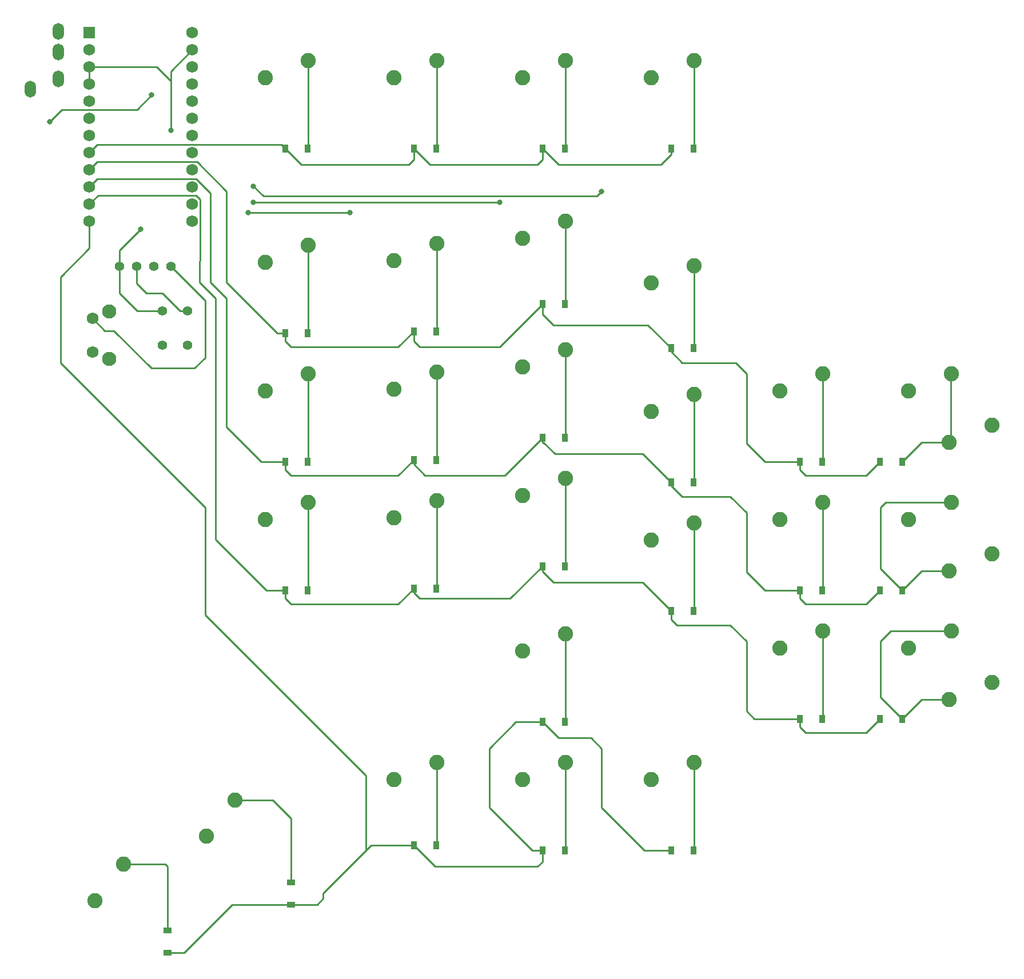
<source format=gbl>
G04 #@! TF.GenerationSoftware,KiCad,Pcbnew,5.1.10*
G04 #@! TF.CreationDate,2022-03-09T15:20:40-05:00*
G04 #@! TF.ProjectId,bourbondox2_right,626f7572-626f-46e6-946f-78325f726967,rev?*
G04 #@! TF.SameCoordinates,Original*
G04 #@! TF.FileFunction,Copper,L2,Bot*
G04 #@! TF.FilePolarity,Positive*
%FSLAX46Y46*%
G04 Gerber Fmt 4.6, Leading zero omitted, Abs format (unit mm)*
G04 Created by KiCad (PCBNEW 5.1.10) date 2022-03-09 15:20:40*
%MOMM*%
%LPD*%
G01*
G04 APERTURE LIST*
G04 #@! TA.AperFunction,ComponentPad*
%ADD10C,1.752600*%
G04 #@! TD*
G04 #@! TA.AperFunction,ComponentPad*
%ADD11R,1.752600X1.752600*%
G04 #@! TD*
G04 #@! TA.AperFunction,ComponentPad*
%ADD12C,2.100000*%
G04 #@! TD*
G04 #@! TA.AperFunction,ComponentPad*
%ADD13C,1.750000*%
G04 #@! TD*
G04 #@! TA.AperFunction,ComponentPad*
%ADD14C,1.397000*%
G04 #@! TD*
G04 #@! TA.AperFunction,ComponentPad*
%ADD15C,2.250000*%
G04 #@! TD*
G04 #@! TA.AperFunction,ComponentPad*
%ADD16O,1.700000X2.500000*%
G04 #@! TD*
G04 #@! TA.AperFunction,SMDPad,CuDef*
%ADD17R,1.200000X0.900000*%
G04 #@! TD*
G04 #@! TA.AperFunction,SMDPad,CuDef*
%ADD18R,0.900000X1.200000*%
G04 #@! TD*
G04 #@! TA.AperFunction,ViaPad*
%ADD19C,0.800000*%
G04 #@! TD*
G04 #@! TA.AperFunction,Conductor*
%ADD20C,0.250000*%
G04 #@! TD*
G04 APERTURE END LIST*
D10*
G04 #@! TO.P,U1,24*
G04 #@! TO.N,Net-(U1-Pad24)*
X74295000Y-32067500D03*
G04 #@! TO.P,U1,12*
G04 #@! TO.N,row4*
X59055000Y-60007500D03*
G04 #@! TO.P,U1,23*
G04 #@! TO.N,GND*
X74295000Y-34607500D03*
G04 #@! TO.P,U1,22*
G04 #@! TO.N,RESET*
X74295000Y-37147500D03*
G04 #@! TO.P,U1,21*
G04 #@! TO.N,VCC*
X74295000Y-39687500D03*
G04 #@! TO.P,U1,20*
G04 #@! TO.N,Net-(U1-Pad20)*
X74295000Y-42227500D03*
G04 #@! TO.P,U1,19*
G04 #@! TO.N,Net-(U1-Pad19)*
X74295000Y-44767500D03*
G04 #@! TO.P,U1,18*
G04 #@! TO.N,col0*
X74295000Y-47307500D03*
G04 #@! TO.P,U1,17*
G04 #@! TO.N,col1*
X74295000Y-49847500D03*
G04 #@! TO.P,U1,16*
G04 #@! TO.N,col2*
X74295000Y-52387500D03*
G04 #@! TO.P,U1,15*
G04 #@! TO.N,col3*
X74295000Y-54927500D03*
G04 #@! TO.P,U1,14*
G04 #@! TO.N,col4*
X74295000Y-57467500D03*
G04 #@! TO.P,U1,13*
G04 #@! TO.N,col5*
X74295000Y-60007500D03*
G04 #@! TO.P,U1,11*
G04 #@! TO.N,row3*
X59055000Y-57467500D03*
G04 #@! TO.P,U1,10*
G04 #@! TO.N,row2*
X59055000Y-54927500D03*
G04 #@! TO.P,U1,9*
G04 #@! TO.N,row1*
X59055000Y-52387500D03*
G04 #@! TO.P,U1,8*
G04 #@! TO.N,row0*
X59055000Y-49847500D03*
G04 #@! TO.P,U1,7*
G04 #@! TO.N,Net-(U1-Pad7)*
X59055000Y-47307500D03*
G04 #@! TO.P,U1,6*
G04 #@! TO.N,SCL*
X59055000Y-44767500D03*
G04 #@! TO.P,U1,5*
G04 #@! TO.N,SDA*
X59055000Y-42227500D03*
G04 #@! TO.P,U1,4*
G04 #@! TO.N,GND*
X59055000Y-39687500D03*
G04 #@! TO.P,U1,3*
X59055000Y-37147500D03*
G04 #@! TO.P,U1,2*
G04 #@! TO.N,DATA*
X59055000Y-34607500D03*
D11*
G04 #@! TO.P,U1,1*
G04 #@! TO.N,Net-(U1-Pad1)*
X59055000Y-32067500D03*
G04 #@! TD*
D12*
G04 #@! TO.P,SW1,*
G04 #@! TO.N,*
X62021250Y-80375000D03*
D13*
G04 #@! TO.P,SW1,1*
G04 #@! TO.N,RESET*
X59531250Y-79375000D03*
G04 #@! TO.P,SW1,2*
G04 #@! TO.N,GND*
X59531250Y-74375000D03*
D12*
G04 #@! TO.P,SW1,*
G04 #@! TO.N,*
X62021250Y-73365000D03*
G04 #@! TD*
D14*
G04 #@! TO.P,R2,2*
G04 #@! TO.N,VCC*
X73624240Y-78378499D03*
G04 #@! TO.P,R2,1*
G04 #@! TO.N,SCL*
X73624240Y-73298499D03*
G04 #@! TD*
G04 #@! TO.P,R1,2*
G04 #@! TO.N,VCC*
X69850000Y-78378499D03*
G04 #@! TO.P,R1,1*
G04 #@! TO.N,SDA*
X69850000Y-73298499D03*
G04 #@! TD*
G04 #@! TO.P,OL1,4*
G04 #@! TO.N,GND*
X71120000Y-66675000D03*
G04 #@! TO.P,OL1,3*
G04 #@! TO.N,VCC*
X68580000Y-66675000D03*
G04 #@! TO.P,OL1,2*
G04 #@! TO.N,SCL*
X66040000Y-66675000D03*
G04 #@! TO.P,OL1,1*
G04 #@! TO.N,SDA*
X63500000Y-66675000D03*
G04 #@! TD*
D15*
G04 #@! TO.P,MX30_2,2*
G04 #@! TO.N,Net-(D30-Pad2)*
X186372500Y-130842500D03*
G04 #@! TO.P,MX30_2,1*
G04 #@! TO.N,col0*
X192722500Y-128302500D03*
G04 #@! TD*
G04 #@! TO.P,MX20_2,2*
G04 #@! TO.N,Net-(D20-Pad2)*
X186372500Y-111792500D03*
G04 #@! TO.P,MX20_2,1*
G04 #@! TO.N,col0*
X192722500Y-109252500D03*
G04 #@! TD*
G04 #@! TO.P,MX10_2,2*
G04 #@! TO.N,Net-(D10-Pad2)*
X186372500Y-92742500D03*
G04 #@! TO.P,MX10_2,1*
G04 #@! TO.N,col0*
X192722500Y-90202500D03*
G04 #@! TD*
G04 #@! TO.P,MX45,1*
G04 #@! TO.N,col5*
X59855301Y-160621545D03*
G04 #@! TO.P,MX45,2*
G04 #@! TO.N,Net-(D45-Pad2)*
X64084563Y-155246841D03*
G04 #@! TD*
G04 #@! TO.P,MX44,1*
G04 #@! TO.N,col4*
X76353085Y-151096545D03*
G04 #@! TO.P,MX44,2*
G04 #@! TO.N,Net-(D44-Pad2)*
X80582347Y-145721841D03*
G04 #@! TD*
G04 #@! TO.P,MX43,2*
G04 #@! TO.N,Net-(D43-Pad2)*
X110490000Y-140176250D03*
G04 #@! TO.P,MX43,1*
G04 #@! TO.N,col3*
X104140000Y-142716250D03*
G04 #@! TD*
G04 #@! TO.P,MX42,2*
G04 #@! TO.N,Net-(D42-Pad2)*
X129540000Y-140176250D03*
G04 #@! TO.P,MX42,1*
G04 #@! TO.N,col2*
X123190000Y-142716250D03*
G04 #@! TD*
G04 #@! TO.P,MX41,2*
G04 #@! TO.N,Net-(D41-Pad2)*
X129540000Y-121126250D03*
G04 #@! TO.P,MX41,1*
G04 #@! TO.N,col1*
X123190000Y-123666250D03*
G04 #@! TD*
G04 #@! TO.P,MX40,2*
G04 #@! TO.N,Net-(D40-Pad2)*
X148590000Y-140176250D03*
G04 #@! TO.P,MX40,1*
G04 #@! TO.N,col0*
X142240000Y-142716250D03*
G04 #@! TD*
G04 #@! TO.P,MX35,2*
G04 #@! TO.N,Net-(D35-Pad2)*
X91440000Y-101657500D03*
G04 #@! TO.P,MX35,1*
G04 #@! TO.N,col5*
X85090000Y-104197500D03*
G04 #@! TD*
G04 #@! TO.P,MX34,2*
G04 #@! TO.N,Net-(D34-Pad2)*
X110490000Y-101357500D03*
G04 #@! TO.P,MX34,1*
G04 #@! TO.N,col4*
X104140000Y-103897500D03*
G04 #@! TD*
G04 #@! TO.P,MX33,2*
G04 #@! TO.N,Net-(D33-Pad2)*
X129540000Y-98107500D03*
G04 #@! TO.P,MX33,1*
G04 #@! TO.N,col3*
X123190000Y-100647500D03*
G04 #@! TD*
G04 #@! TO.P,MX32,2*
G04 #@! TO.N,Net-(D32-Pad2)*
X148590000Y-104682500D03*
G04 #@! TO.P,MX32,1*
G04 #@! TO.N,col2*
X142240000Y-107222500D03*
G04 #@! TD*
G04 #@! TO.P,MX31,2*
G04 #@! TO.N,Net-(D31-Pad2)*
X167640000Y-120682500D03*
G04 #@! TO.P,MX31,1*
G04 #@! TO.N,col1*
X161290000Y-123222500D03*
G04 #@! TD*
G04 #@! TO.P,MX30,2*
G04 #@! TO.N,Net-(D30-Pad2)*
X186690000Y-120682500D03*
G04 #@! TO.P,MX30,1*
G04 #@! TO.N,col0*
X180340000Y-123222500D03*
G04 #@! TD*
G04 #@! TO.P,MX25,2*
G04 #@! TO.N,Net-(D25-Pad2)*
X91440000Y-82607500D03*
G04 #@! TO.P,MX25,1*
G04 #@! TO.N,col5*
X85090000Y-85147500D03*
G04 #@! TD*
G04 #@! TO.P,MX24,2*
G04 #@! TO.N,Net-(D24-Pad2)*
X110490000Y-82307500D03*
G04 #@! TO.P,MX24,1*
G04 #@! TO.N,col4*
X104140000Y-84847500D03*
G04 #@! TD*
G04 #@! TO.P,MX23,2*
G04 #@! TO.N,Net-(D23-Pad2)*
X129540000Y-79057500D03*
G04 #@! TO.P,MX23,1*
G04 #@! TO.N,col3*
X123190000Y-81597500D03*
G04 #@! TD*
G04 #@! TO.P,MX22,2*
G04 #@! TO.N,Net-(D22-Pad2)*
X148590000Y-85632500D03*
G04 #@! TO.P,MX22,1*
G04 #@! TO.N,col2*
X142240000Y-88172500D03*
G04 #@! TD*
G04 #@! TO.P,MX21,2*
G04 #@! TO.N,Net-(D21-Pad2)*
X167640000Y-101632500D03*
G04 #@! TO.P,MX21,1*
G04 #@! TO.N,col1*
X161290000Y-104172500D03*
G04 #@! TD*
G04 #@! TO.P,MX20,2*
G04 #@! TO.N,Net-(D20-Pad2)*
X186690000Y-101632500D03*
G04 #@! TO.P,MX20,1*
G04 #@! TO.N,col0*
X180340000Y-104172500D03*
G04 #@! TD*
G04 #@! TO.P,MX15,2*
G04 #@! TO.N,Net-(D15-Pad2)*
X91440000Y-63557500D03*
G04 #@! TO.P,MX15,1*
G04 #@! TO.N,col5*
X85090000Y-66097500D03*
G04 #@! TD*
G04 #@! TO.P,MX14,2*
G04 #@! TO.N,Net-(D14-Pad2)*
X110490000Y-63257500D03*
G04 #@! TO.P,MX14,1*
G04 #@! TO.N,col4*
X104140000Y-65797500D03*
G04 #@! TD*
G04 #@! TO.P,MX13,2*
G04 #@! TO.N,Net-(D13-Pad2)*
X129540000Y-60007500D03*
G04 #@! TO.P,MX13,1*
G04 #@! TO.N,col3*
X123190000Y-62547500D03*
G04 #@! TD*
G04 #@! TO.P,MX12,2*
G04 #@! TO.N,Net-(D12-Pad2)*
X148590000Y-66582500D03*
G04 #@! TO.P,MX12,1*
G04 #@! TO.N,col2*
X142240000Y-69122500D03*
G04 #@! TD*
G04 #@! TO.P,MX11,2*
G04 #@! TO.N,Net-(D11-Pad2)*
X167640000Y-82582500D03*
G04 #@! TO.P,MX11,1*
G04 #@! TO.N,col1*
X161290000Y-85122500D03*
G04 #@! TD*
G04 #@! TO.P,MX10,2*
G04 #@! TO.N,Net-(D10-Pad2)*
X186690000Y-82582500D03*
G04 #@! TO.P,MX10,1*
G04 #@! TO.N,col0*
X180340000Y-85122500D03*
G04 #@! TD*
G04 #@! TO.P,MX5,2*
G04 #@! TO.N,Net-(D5-Pad2)*
X91440000Y-36195000D03*
G04 #@! TO.P,MX5,1*
G04 #@! TO.N,col5*
X85090000Y-38735000D03*
G04 #@! TD*
G04 #@! TO.P,MX4,2*
G04 #@! TO.N,Net-(D4-Pad2)*
X110490000Y-36195000D03*
G04 #@! TO.P,MX4,1*
G04 #@! TO.N,col4*
X104140000Y-38735000D03*
G04 #@! TD*
G04 #@! TO.P,MX3,2*
G04 #@! TO.N,Net-(D3-Pad2)*
X129540000Y-36195000D03*
G04 #@! TO.P,MX3,1*
G04 #@! TO.N,col3*
X123190000Y-38735000D03*
G04 #@! TD*
G04 #@! TO.P,MX2,2*
G04 #@! TO.N,Net-(D2-Pad2)*
X148590000Y-36195000D03*
G04 #@! TO.P,MX2,1*
G04 #@! TO.N,col2*
X142240000Y-38735000D03*
G04 #@! TD*
D16*
G04 #@! TO.P,J1,A*
G04 #@! TO.N,Net-(J1-PadA)*
X50287500Y-40375000D03*
G04 #@! TO.P,J1,D*
G04 #@! TO.N,VCC*
X54487500Y-38875000D03*
G04 #@! TO.P,J1,C*
G04 #@! TO.N,GND*
X54487500Y-34875000D03*
G04 #@! TO.P,J1,B*
G04 #@! TO.N,DATA*
X54487500Y-31875000D03*
G04 #@! TD*
D17*
G04 #@! TO.P,D45,2*
G04 #@! TO.N,Net-(D45-Pad2)*
X70643750Y-165037500D03*
G04 #@! TO.P,D45,1*
G04 #@! TO.N,row4*
X70643750Y-168337500D03*
G04 #@! TD*
G04 #@! TO.P,D44,2*
G04 #@! TO.N,Net-(D44-Pad2)*
X88900000Y-157893750D03*
G04 #@! TO.P,D44,1*
G04 #@! TO.N,row4*
X88900000Y-161193750D03*
G04 #@! TD*
D18*
G04 #@! TO.P,D43,2*
G04 #@! TO.N,Net-(D43-Pad2)*
X110393750Y-152400000D03*
G04 #@! TO.P,D43,1*
G04 #@! TO.N,row4*
X107093750Y-152400000D03*
G04 #@! TD*
G04 #@! TO.P,D42,2*
G04 #@! TO.N,Net-(D42-Pad2)*
X129443750Y-153193750D03*
G04 #@! TO.P,D42,1*
G04 #@! TO.N,row4*
X126143750Y-153193750D03*
G04 #@! TD*
G04 #@! TO.P,D41,2*
G04 #@! TO.N,Net-(D41-Pad2)*
X129443750Y-134143750D03*
G04 #@! TO.P,D41,1*
G04 #@! TO.N,row4*
X126143750Y-134143750D03*
G04 #@! TD*
G04 #@! TO.P,D40,2*
G04 #@! TO.N,Net-(D40-Pad2)*
X148493750Y-153193750D03*
G04 #@! TO.P,D40,1*
G04 #@! TO.N,row4*
X145193750Y-153193750D03*
G04 #@! TD*
G04 #@! TO.P,D35,2*
G04 #@! TO.N,Net-(D35-Pad2)*
X91343750Y-114675000D03*
G04 #@! TO.P,D35,1*
G04 #@! TO.N,row3*
X88043750Y-114675000D03*
G04 #@! TD*
G04 #@! TO.P,D34,2*
G04 #@! TO.N,Net-(D34-Pad2)*
X110393750Y-114375000D03*
G04 #@! TO.P,D34,1*
G04 #@! TO.N,row3*
X107093750Y-114375000D03*
G04 #@! TD*
G04 #@! TO.P,D33,2*
G04 #@! TO.N,Net-(D33-Pad2)*
X129443750Y-111125000D03*
G04 #@! TO.P,D33,1*
G04 #@! TO.N,row3*
X126143750Y-111125000D03*
G04 #@! TD*
G04 #@! TO.P,D32,2*
G04 #@! TO.N,Net-(D32-Pad2)*
X148493750Y-117700000D03*
G04 #@! TO.P,D32,1*
G04 #@! TO.N,row3*
X145193750Y-117700000D03*
G04 #@! TD*
G04 #@! TO.P,D31,2*
G04 #@! TO.N,Net-(D31-Pad2)*
X167543750Y-133700000D03*
G04 #@! TO.P,D31,1*
G04 #@! TO.N,row3*
X164243750Y-133700000D03*
G04 #@! TD*
G04 #@! TO.P,D30,2*
G04 #@! TO.N,Net-(D30-Pad2)*
X179450000Y-133700000D03*
G04 #@! TO.P,D30,1*
G04 #@! TO.N,row3*
X176150000Y-133700000D03*
G04 #@! TD*
G04 #@! TO.P,D25,2*
G04 #@! TO.N,Net-(D25-Pad2)*
X91343750Y-95625000D03*
G04 #@! TO.P,D25,1*
G04 #@! TO.N,row2*
X88043750Y-95625000D03*
G04 #@! TD*
G04 #@! TO.P,D24,2*
G04 #@! TO.N,Net-(D24-Pad2)*
X110393750Y-95325000D03*
G04 #@! TO.P,D24,1*
G04 #@! TO.N,row2*
X107093750Y-95325000D03*
G04 #@! TD*
G04 #@! TO.P,D23,2*
G04 #@! TO.N,Net-(D23-Pad2)*
X129443750Y-92075000D03*
G04 #@! TO.P,D23,1*
G04 #@! TO.N,row2*
X126143750Y-92075000D03*
G04 #@! TD*
G04 #@! TO.P,D22,2*
G04 #@! TO.N,Net-(D22-Pad2)*
X148493750Y-98650000D03*
G04 #@! TO.P,D22,1*
G04 #@! TO.N,row2*
X145193750Y-98650000D03*
G04 #@! TD*
G04 #@! TO.P,D21,2*
G04 #@! TO.N,Net-(D21-Pad2)*
X167543750Y-114650000D03*
G04 #@! TO.P,D21,1*
G04 #@! TO.N,row2*
X164243750Y-114650000D03*
G04 #@! TD*
G04 #@! TO.P,D20,2*
G04 #@! TO.N,Net-(D20-Pad2)*
X179450000Y-114650000D03*
G04 #@! TO.P,D20,1*
G04 #@! TO.N,row2*
X176150000Y-114650000D03*
G04 #@! TD*
G04 #@! TO.P,D15,2*
G04 #@! TO.N,Net-(D15-Pad2)*
X91343750Y-76575000D03*
G04 #@! TO.P,D15,1*
G04 #@! TO.N,row1*
X88043750Y-76575000D03*
G04 #@! TD*
G04 #@! TO.P,D14,2*
G04 #@! TO.N,Net-(D14-Pad2)*
X110393750Y-76275000D03*
G04 #@! TO.P,D14,1*
G04 #@! TO.N,row1*
X107093750Y-76275000D03*
G04 #@! TD*
G04 #@! TO.P,D13,2*
G04 #@! TO.N,Net-(D13-Pad2)*
X129443750Y-72231250D03*
G04 #@! TO.P,D13,1*
G04 #@! TO.N,row1*
X126143750Y-72231250D03*
G04 #@! TD*
G04 #@! TO.P,D12,2*
G04 #@! TO.N,Net-(D12-Pad2)*
X148493750Y-78806250D03*
G04 #@! TO.P,D12,1*
G04 #@! TO.N,row1*
X145193750Y-78806250D03*
G04 #@! TD*
G04 #@! TO.P,D11,2*
G04 #@! TO.N,Net-(D11-Pad2)*
X167543750Y-95600000D03*
G04 #@! TO.P,D11,1*
G04 #@! TO.N,row1*
X164243750Y-95600000D03*
G04 #@! TD*
G04 #@! TO.P,D10,2*
G04 #@! TO.N,Net-(D10-Pad2)*
X179450000Y-95600000D03*
G04 #@! TO.P,D10,1*
G04 #@! TO.N,row1*
X176150000Y-95600000D03*
G04 #@! TD*
G04 #@! TO.P,D5,2*
G04 #@! TO.N,Net-(D5-Pad2)*
X91343750Y-49212500D03*
G04 #@! TO.P,D5,1*
G04 #@! TO.N,row0*
X88043750Y-49212500D03*
G04 #@! TD*
G04 #@! TO.P,D4,2*
G04 #@! TO.N,Net-(D4-Pad2)*
X110393750Y-49212500D03*
G04 #@! TO.P,D4,1*
G04 #@! TO.N,row0*
X107093750Y-49212500D03*
G04 #@! TD*
G04 #@! TO.P,D3,2*
G04 #@! TO.N,Net-(D3-Pad2)*
X129443750Y-49212500D03*
G04 #@! TO.P,D3,1*
G04 #@! TO.N,row0*
X126143750Y-49212500D03*
G04 #@! TD*
G04 #@! TO.P,D2,2*
G04 #@! TO.N,Net-(D2-Pad2)*
X148493750Y-49212500D03*
G04 #@! TO.P,D2,1*
G04 #@! TO.N,row0*
X145193750Y-49212500D03*
G04 #@! TD*
D19*
G04 #@! TO.N,GND*
X71120000Y-46513750D03*
G04 #@! TO.N,col2*
X134937500Y-55562500D03*
X83343750Y-54768750D03*
G04 #@! TO.N,col3*
X119856250Y-57150000D03*
X83343750Y-57150000D03*
G04 #@! TO.N,col4*
X97631250Y-58737500D03*
X82550000Y-58737500D03*
G04 #@! TO.N,SDA*
X66675000Y-61118750D03*
G04 #@! TO.N,RESET*
X53181250Y-45243750D03*
X68262500Y-41275000D03*
G04 #@! TD*
D20*
G04 #@! TO.N,row0*
X145193750Y-49212500D02*
X145193750Y-50068750D01*
X145193750Y-50068750D02*
X143668750Y-51593750D01*
X128525000Y-51593750D02*
X126143750Y-49212500D01*
X143668750Y-51593750D02*
X128525000Y-51593750D01*
X126143750Y-49212500D02*
X126143750Y-50862500D01*
X126143750Y-50862500D02*
X125412500Y-51593750D01*
X109475000Y-51593750D02*
X107093750Y-49212500D01*
X125412500Y-51593750D02*
X109475000Y-51593750D01*
X107093750Y-49212500D02*
X107093750Y-50862500D01*
X107093750Y-50862500D02*
X106362500Y-51593750D01*
X90425000Y-51593750D02*
X88043750Y-49212500D01*
X106362500Y-51593750D02*
X90425000Y-51593750D01*
X60256301Y-48646199D02*
X59055000Y-49847500D01*
X87477449Y-48646199D02*
X60256301Y-48646199D01*
X88043750Y-49212500D02*
X87477449Y-48646199D01*
G04 #@! TO.N,row1*
X88043750Y-76575000D02*
X88043750Y-77725000D01*
X88043750Y-77725000D02*
X88900000Y-78581250D01*
X104787500Y-78581250D02*
X107093750Y-76275000D01*
X88900000Y-78581250D02*
X104787500Y-78581250D01*
X107093750Y-76275000D02*
X107093750Y-77725000D01*
X107093750Y-77725000D02*
X107950000Y-78581250D01*
X119793750Y-78581250D02*
X126143750Y-72231250D01*
X107950000Y-78581250D02*
X119793750Y-78581250D01*
X126143750Y-72231250D02*
X126143750Y-73756250D01*
X126143750Y-73756250D02*
X127793750Y-75406250D01*
X141793750Y-75406250D02*
X145193750Y-78806250D01*
X127793750Y-75406250D02*
X141793750Y-75406250D01*
X145193750Y-78806250D02*
X145193750Y-79312500D01*
X145193750Y-79312500D02*
X146843750Y-80962500D01*
X146843750Y-80962500D02*
X154781250Y-80962500D01*
X154781250Y-80962500D02*
X156368750Y-82550000D01*
X156368750Y-82550000D02*
X156368750Y-92868750D01*
X159100000Y-95600000D02*
X164243750Y-95600000D01*
X156368750Y-92868750D02*
X159100000Y-95600000D01*
X164243750Y-95600000D02*
X164243750Y-96775000D01*
X164243750Y-96775000D02*
X165100000Y-97631250D01*
X174118750Y-97631250D02*
X176150000Y-95600000D01*
X165100000Y-97631250D02*
X174118750Y-97631250D01*
X88043750Y-76575000D02*
X86893750Y-76575000D01*
X86893750Y-76575000D02*
X79375000Y-69056250D01*
X60256301Y-51186199D02*
X59055000Y-52387500D01*
X74998699Y-51186199D02*
X60256301Y-51186199D01*
X79375000Y-55562500D02*
X74998699Y-51186199D01*
X79375000Y-69056250D02*
X79375000Y-55562500D01*
G04 #@! TO.N,Net-(D10-Pad2)*
X186593599Y-92521401D02*
X186372500Y-92742500D01*
X186593599Y-82678901D02*
X186593599Y-92521401D01*
X186690000Y-82582500D02*
X186593599Y-82678901D01*
X182307500Y-92742500D02*
X179450000Y-95600000D01*
X186372500Y-92742500D02*
X182307500Y-92742500D01*
G04 #@! TO.N,Net-(D11-Pad2)*
X167640000Y-95503750D02*
X167543750Y-95600000D01*
X167640000Y-82582500D02*
X167640000Y-95503750D01*
G04 #@! TO.N,Net-(D12-Pad2)*
X148590000Y-78710000D02*
X148493750Y-78806250D01*
X148590000Y-66582500D02*
X148590000Y-78710000D01*
G04 #@! TO.N,Net-(D13-Pad2)*
X129540000Y-72135000D02*
X129443750Y-72231250D01*
X129540000Y-60007500D02*
X129540000Y-72135000D01*
G04 #@! TO.N,row2*
X88043750Y-95625000D02*
X88043750Y-96775000D01*
X88043750Y-96775000D02*
X88900000Y-97631250D01*
X104787500Y-97631250D02*
X107093750Y-95325000D01*
X88900000Y-97631250D02*
X104787500Y-97631250D01*
X107093750Y-95325000D02*
X107093750Y-95981250D01*
X107093750Y-95981250D02*
X108743750Y-97631250D01*
X120587500Y-97631250D02*
X126143750Y-92075000D01*
X108743750Y-97631250D02*
X120587500Y-97631250D01*
X126143750Y-92075000D02*
X126143750Y-92806250D01*
X126384752Y-92806250D02*
X128034752Y-94456250D01*
X126143750Y-92806250D02*
X126384752Y-92806250D01*
X141000000Y-94456250D02*
X145193750Y-98650000D01*
X128034752Y-94456250D02*
X141000000Y-94456250D01*
X145193750Y-98650000D02*
X145193750Y-99156250D01*
X145193750Y-99156250D02*
X146843750Y-100806250D01*
X146843750Y-100806250D02*
X153987500Y-100806250D01*
X153987500Y-100806250D02*
X156368750Y-103187500D01*
X156368750Y-103187500D02*
X156368750Y-111918750D01*
X159100000Y-114650000D02*
X164243750Y-114650000D01*
X156368750Y-111918750D02*
X159100000Y-114650000D01*
X164243750Y-114650000D02*
X164243750Y-115825000D01*
X164243750Y-115825000D02*
X165100000Y-116681250D01*
X174118750Y-116681250D02*
X176150000Y-114650000D01*
X165100000Y-116681250D02*
X174118750Y-116681250D01*
X88043750Y-95625000D02*
X84512500Y-95625000D01*
X84512500Y-95625000D02*
X79375000Y-90487500D01*
X79375000Y-90487500D02*
X79375000Y-71437500D01*
X79375000Y-71437500D02*
X76993750Y-69056250D01*
X60256301Y-53726199D02*
X59055000Y-54927500D01*
X74871625Y-53726199D02*
X60256301Y-53726199D01*
X76993750Y-55848324D02*
X74871625Y-53726199D01*
X76993750Y-69056250D02*
X76993750Y-55848324D01*
G04 #@! TO.N,Net-(D14-Pad2)*
X110490000Y-76178750D02*
X110393750Y-76275000D01*
X110490000Y-63257500D02*
X110490000Y-76178750D01*
G04 #@! TO.N,Net-(D15-Pad2)*
X91440000Y-76478750D02*
X91343750Y-76575000D01*
X91440000Y-63557500D02*
X91440000Y-76478750D01*
G04 #@! TO.N,row3*
X88043750Y-114675000D02*
X88043750Y-115825000D01*
X88043750Y-115825000D02*
X88900000Y-116681250D01*
X104787500Y-116681250D02*
X107093750Y-114375000D01*
X88900000Y-116681250D02*
X104787500Y-116681250D01*
X107093750Y-114375000D02*
X107093750Y-115031250D01*
X107093750Y-115031250D02*
X107950000Y-115887500D01*
X121381250Y-115887500D02*
X126143750Y-111125000D01*
X107950000Y-115887500D02*
X121381250Y-115887500D01*
X126143750Y-111125000D02*
X126143750Y-111856250D01*
X126143750Y-111856250D02*
X127793750Y-113506250D01*
X141000000Y-113506250D02*
X145193750Y-117700000D01*
X127793750Y-113506250D02*
X141000000Y-113506250D01*
X157512500Y-133700000D02*
X164243750Y-133700000D01*
X156368750Y-132556250D02*
X157512500Y-133700000D01*
X156368750Y-122237500D02*
X156368750Y-132556250D01*
X153987500Y-119856250D02*
X156368750Y-122237500D01*
X145193750Y-119000000D02*
X146050000Y-119856250D01*
X146050000Y-119856250D02*
X153987500Y-119856250D01*
X145193750Y-117700000D02*
X145193750Y-119000000D01*
X164243750Y-133700000D02*
X164243750Y-134875000D01*
X164243750Y-134875000D02*
X165100000Y-135731250D01*
X174118750Y-135731250D02*
X176150000Y-133700000D01*
X165100000Y-135731250D02*
X174118750Y-135731250D01*
X88043750Y-114675000D02*
X85306250Y-114675000D01*
X85306250Y-114675000D02*
X77787500Y-107156250D01*
X77787500Y-107156250D02*
X77787500Y-71437500D01*
X77787500Y-71437500D02*
X75406250Y-69056250D01*
X75406250Y-69056250D02*
X75406250Y-65881250D01*
X74871625Y-56128801D02*
X60393699Y-56128801D01*
X75496301Y-56753477D02*
X74871625Y-56128801D01*
X75496301Y-65791199D02*
X75496301Y-56753477D01*
X60393699Y-56128801D02*
X59055000Y-57467500D01*
X75406250Y-65881250D02*
X75496301Y-65791199D01*
G04 #@! TO.N,Net-(D20-Pad2)*
X186690000Y-101632500D02*
X176973750Y-101632500D01*
X176973750Y-101632500D02*
X176212500Y-102393750D01*
X176212500Y-111412500D02*
X179450000Y-114650000D01*
X176212500Y-102393750D02*
X176212500Y-111412500D01*
X182307500Y-111792500D02*
X179450000Y-114650000D01*
X186372500Y-111792500D02*
X182307500Y-111792500D01*
G04 #@! TO.N,Net-(D21-Pad2)*
X167640000Y-114553750D02*
X167543750Y-114650000D01*
X167640000Y-101632500D02*
X167640000Y-114553750D01*
G04 #@! TO.N,Net-(D22-Pad2)*
X148590000Y-98553750D02*
X148493750Y-98650000D01*
X148590000Y-85632500D02*
X148590000Y-98553750D01*
G04 #@! TO.N,Net-(D23-Pad2)*
X129540000Y-91978750D02*
X129443750Y-92075000D01*
X129540000Y-79057500D02*
X129540000Y-91978750D01*
G04 #@! TO.N,Net-(D24-Pad2)*
X110490000Y-95228750D02*
X110393750Y-95325000D01*
X110490000Y-82307500D02*
X110490000Y-95228750D01*
G04 #@! TO.N,Net-(D25-Pad2)*
X91440000Y-95528750D02*
X91343750Y-95625000D01*
X91440000Y-82607500D02*
X91440000Y-95528750D01*
G04 #@! TO.N,row4*
X126143750Y-153193750D02*
X126143750Y-154843750D01*
X126143750Y-154843750D02*
X125412500Y-155575000D01*
X110268750Y-155575000D02*
X107093750Y-152400000D01*
X125412500Y-155575000D02*
X110268750Y-155575000D01*
X107093750Y-152400000D02*
X100806250Y-152400000D01*
X93662500Y-159543750D02*
X93662500Y-160337500D01*
X92806250Y-161193750D02*
X88900000Y-161193750D01*
X93662500Y-160337500D02*
X92806250Y-161193750D01*
X88900000Y-161193750D02*
X80231250Y-161193750D01*
X73087500Y-168337500D02*
X70643750Y-168337500D01*
X80231250Y-161193750D02*
X73087500Y-168337500D01*
X126143750Y-134143750D02*
X122237500Y-134143750D01*
X122237500Y-134143750D02*
X118268750Y-138112500D01*
X118268750Y-138112500D02*
X118268750Y-146843750D01*
X124618750Y-153193750D02*
X126143750Y-153193750D01*
X118268750Y-146843750D02*
X124618750Y-153193750D01*
X145193750Y-153193750D02*
X141287500Y-153193750D01*
X141287500Y-153193750D02*
X134937500Y-146843750D01*
X134937500Y-146843750D02*
X134937500Y-138112500D01*
X134937500Y-138112500D02*
X133350000Y-136525000D01*
X128525000Y-136525000D02*
X126143750Y-134143750D01*
X133350000Y-136525000D02*
X128525000Y-136525000D01*
X76200000Y-118268750D02*
X100012500Y-142081250D01*
X76200000Y-102393750D02*
X76200000Y-118268750D01*
X100012500Y-142081250D02*
X100012500Y-153193750D01*
X54768750Y-68262500D02*
X54768750Y-80962500D01*
X59055000Y-63976250D02*
X54768750Y-68262500D01*
X54768750Y-80962500D02*
X76200000Y-102393750D01*
X59055000Y-60007500D02*
X59055000Y-63976250D01*
X100012500Y-153193750D02*
X93662500Y-159543750D01*
X100806250Y-152400000D02*
X100012500Y-153193750D01*
G04 #@! TO.N,Net-(D30-Pad2)*
X186690000Y-120682500D02*
X177767500Y-120682500D01*
X177767500Y-120682500D02*
X176212500Y-122237500D01*
X176212500Y-130462500D02*
X179450000Y-133700000D01*
X176212500Y-122237500D02*
X176212500Y-130462500D01*
X182307500Y-130842500D02*
X179450000Y-133700000D01*
X186372500Y-130842500D02*
X182307500Y-130842500D01*
G04 #@! TO.N,GND*
X59531250Y-74375000D02*
X61356250Y-76200000D01*
X61356250Y-76200000D02*
X62706250Y-76200000D01*
X62706250Y-76200000D02*
X68262500Y-81756250D01*
X68262500Y-81756250D02*
X74612500Y-81756250D01*
X74612500Y-81756250D02*
X76200000Y-80168750D01*
X76200000Y-71755000D02*
X71120000Y-66675000D01*
X76200000Y-80168750D02*
X76200000Y-71755000D01*
X71120000Y-37782500D02*
X74295000Y-34607500D01*
X59055000Y-39687500D02*
X59055000Y-37147500D01*
X69056250Y-37147500D02*
X71120000Y-39211250D01*
X59055000Y-37147500D02*
X69056250Y-37147500D01*
X71120000Y-39211250D02*
X71120000Y-37782500D01*
X71120000Y-46513750D02*
X71120000Y-39211250D01*
G04 #@! TO.N,col2*
X134233801Y-56266199D02*
X84841199Y-56266199D01*
X134937500Y-55562500D02*
X134233801Y-56266199D01*
X84841199Y-56266199D02*
X83343750Y-54768750D01*
X83343750Y-54768750D02*
X83343750Y-54768750D01*
G04 #@! TO.N,col3*
X119856250Y-57150000D02*
X83343750Y-57150000D01*
X83343750Y-57150000D02*
X83343750Y-57150000D01*
G04 #@! TO.N,col4*
X97631250Y-58737500D02*
X82550000Y-58737500D01*
X82550000Y-58737500D02*
X82550000Y-58737500D01*
G04 #@! TO.N,SCL*
X73624240Y-73298499D02*
X72504749Y-73298499D01*
X72504749Y-73298499D02*
X69850000Y-70643750D01*
X69850000Y-70643750D02*
X67468750Y-70643750D01*
X66040000Y-69215000D02*
X66040000Y-66675000D01*
X67468750Y-70643750D02*
X66040000Y-69215000D01*
G04 #@! TO.N,SDA*
X69850000Y-73298499D02*
X66154749Y-73298499D01*
X63500000Y-70643750D02*
X63500000Y-66675000D01*
X66154749Y-73298499D02*
X63500000Y-70643750D01*
X63500000Y-66675000D02*
X63500000Y-65087500D01*
X63500000Y-65087500D02*
X63500000Y-64293750D01*
X63500000Y-64293750D02*
X66675000Y-61118750D01*
X66675000Y-61118750D02*
X66675000Y-61118750D01*
G04 #@! TO.N,RESET*
X54996199Y-43428801D02*
X66108699Y-43428801D01*
X53181250Y-45243750D02*
X54996199Y-43428801D01*
X66108699Y-43428801D02*
X68262500Y-41275000D01*
X68262500Y-41275000D02*
X68262500Y-41275000D01*
G04 #@! TO.N,Net-(D31-Pad2)*
X167640000Y-133603750D02*
X167543750Y-133700000D01*
X167640000Y-120682500D02*
X167640000Y-133603750D01*
G04 #@! TO.N,Net-(D32-Pad2)*
X148590000Y-117603750D02*
X148493750Y-117700000D01*
X148590000Y-104682500D02*
X148590000Y-117603750D01*
G04 #@! TO.N,Net-(D33-Pad2)*
X129540000Y-111028750D02*
X129443750Y-111125000D01*
X129540000Y-98107500D02*
X129540000Y-111028750D01*
G04 #@! TO.N,Net-(D34-Pad2)*
X110490000Y-114278750D02*
X110393750Y-114375000D01*
X110490000Y-101357500D02*
X110490000Y-114278750D01*
G04 #@! TO.N,Net-(D35-Pad2)*
X91440000Y-114578750D02*
X91343750Y-114675000D01*
X91440000Y-101657500D02*
X91440000Y-114578750D01*
G04 #@! TO.N,Net-(D40-Pad2)*
X148590000Y-153097500D02*
X148493750Y-153193750D01*
X148590000Y-140176250D02*
X148590000Y-153097500D01*
G04 #@! TO.N,Net-(D41-Pad2)*
X129540000Y-134047500D02*
X129443750Y-134143750D01*
X129540000Y-121126250D02*
X129540000Y-134047500D01*
G04 #@! TO.N,Net-(D42-Pad2)*
X129540000Y-153097500D02*
X129443750Y-153193750D01*
X129540000Y-140176250D02*
X129540000Y-153097500D01*
G04 #@! TO.N,Net-(D43-Pad2)*
X110490000Y-152303750D02*
X110393750Y-152400000D01*
X110490000Y-140176250D02*
X110490000Y-152303750D01*
G04 #@! TO.N,Net-(D44-Pad2)*
X80582347Y-145721841D02*
X86190591Y-145721841D01*
X88900000Y-148431250D02*
X88900000Y-157893750D01*
X86190591Y-145721841D02*
X88900000Y-148431250D01*
G04 #@! TO.N,Net-(D45-Pad2)*
X64084563Y-155246841D02*
X70315591Y-155246841D01*
X70643750Y-155575000D02*
X70643750Y-165037500D01*
X70315591Y-155246841D02*
X70643750Y-155575000D01*
G04 #@! TO.N,Net-(D2-Pad2)*
X148590000Y-49116250D02*
X148493750Y-49212500D01*
X148590000Y-36195000D02*
X148590000Y-49116250D01*
G04 #@! TO.N,Net-(D3-Pad2)*
X129540000Y-49116250D02*
X129443750Y-49212500D01*
X129540000Y-36195000D02*
X129540000Y-49116250D01*
G04 #@! TO.N,Net-(D4-Pad2)*
X110490000Y-49116250D02*
X110393750Y-49212500D01*
X110490000Y-36195000D02*
X110490000Y-49116250D01*
G04 #@! TO.N,Net-(D5-Pad2)*
X91440000Y-49116250D02*
X91343750Y-49212500D01*
X91440000Y-36195000D02*
X91440000Y-49116250D01*
G04 #@! TD*
M02*

</source>
